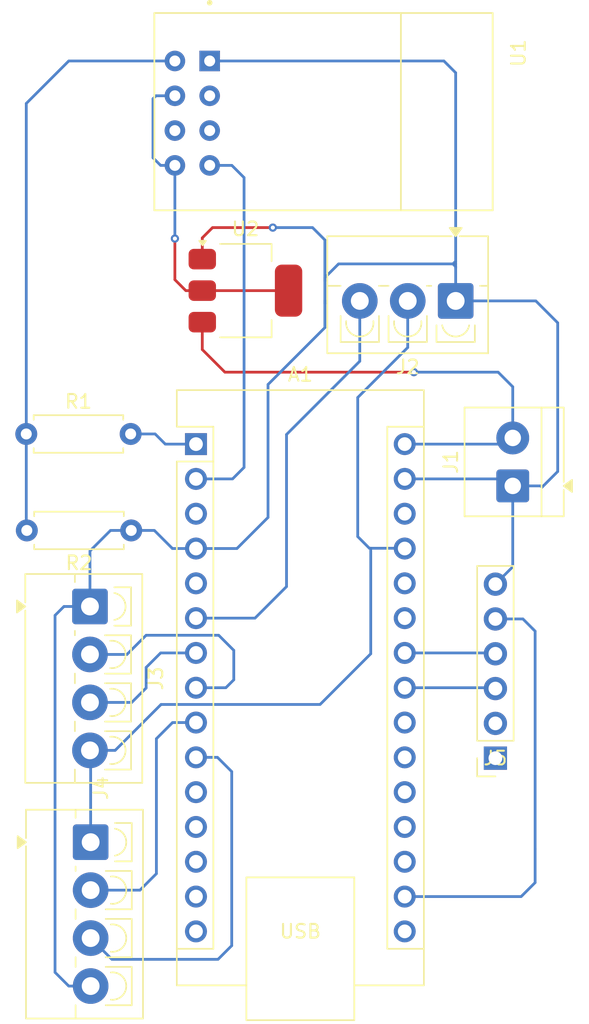
<source format=kicad_pcb>
(kicad_pcb (version 20241229) (generator "pcbnew") (generator_version "9.0")
  (layers (0 "F.Cu" signal) (2 "B.Cu" signal) (13 "F.Paste" user) (15 "B.Paste" user) (5 "F.SilkS" user "F.Silkscreen") (7 "B.SilkS" user "B.Silkscreen") (1 "F.Mask" user) (3 "B.Mask" user) (25 "Edge.Cuts" user))
  (net 0 "")
  (net 1 "D0")
  (net 2 "Net-(A1-D1{slash}TX)")
  (net 3 "D8")
  (net 4 "D4")
  (net 6 "VIN")
  (net 7 "D3")
  (net 8 "+5V")
  (net 10 "D5")
  (net 15 "SCL")
  (net 19 "D7")
  (net 22 "+3.3V")
  (net 23 "GND")
  (net 26 "SDA")
  (net 29 "D6")
  (net 32 "D1")
  (net 34 "3.3V ESP")
  (footprint "TerminalBlock_4Ucon:TerminalBlock_4Ucon_1x04_P3.50mm_Vertical" (layer "F.Cu") (at 68.4 124.85 -90)
    (property "Reference" "J3" (at 5.25 -4.82 90) (layer "F.SilkS"))
    (property "Value" "HX711")
    (fp_line (start -2.37 4.72) (end -0.3 4.72) (stroke (width 0.12)) (layer "F.SilkS"))
    (fp_line (start 0.3 4.72) (end 12.87 4.72) (stroke (width 0.12)) (layer "F.SilkS"))
    (fp_line (start -2.37 1.1) (end -1.78 1.1) (stroke (width 0.12)) (layer "F.SilkS"))
    (fp_line (start 1.78 1.1) (end 2.101 1.1) (stroke (width 0.12)) (layer "F.SilkS"))
    (fp_line (start 4.899 1.1) (end 5.601 1.1) (stroke (width 0.12)) (layer "F.SilkS"))
    (fp_line (start 8.399 1.1) (end 9.101 1.1) (stroke (width 0.12)) (layer "F.SilkS"))
    (fp_line (start 11.899 1.1) (end 12.87 1.1) (stroke (width 0.12)) (layer "F.SilkS"))
    (fp_line (start -1.4 -3) (end -1.4 -1.78) (stroke (width 0.12)) (layer "F.SilkS"))
    (fp_line (start -1.4 -3) (end 1.4 -3) (stroke (width 0.12)) (layer "F.SilkS"))
    (fp_line (start 1.4 -3) (end 1.4 -1.78) (stroke (width 0.12)) (layer "F.SilkS"))
    (fp_line (start 2.1 -3) (end 2.1 -1.099) (stroke (width 0.12)) (layer "F.SilkS"))
    (fp_line (start 2.1 -3) (end 4.9 -3) (stroke (width 0.12)) (layer "F.SilkS"))
    (fp_line (start 4.9 -3) (end 4.9 -1.099) (stroke (width 0.12)) (layer "F.SilkS"))
    (fp_line (start 5.6 -3) (end 5.6 -1.099) (stroke (width 0.12)) (layer "F.SilkS"))
    (fp_line (start 5.6 -3) (end 8.4 -3) (stroke (width 0.12)) (layer "F.SilkS"))
    (fp_line (start 8.4 -3) (end 8.4 -1.099) (stroke (width 0.12)) (layer "F.SilkS"))
    (fp_line (start 9.1 -3) (end 9.1 -1.099) (stroke (width 0.12)) (layer "F.SilkS"))
    (fp_line (start 9.1 -3) (end 11.9 -3) (stroke (width 0.12)) (layer "F.SilkS"))
    (fp_line (start 11.9 -3) (end 11.9 -1.099) (stroke (width 0.12)) (layer "F.SilkS"))
    (fp_line (start -2.37 -3.82) (end -2.37 4.72) (stroke (width 0.12)) (layer "F.SilkS"))
    (fp_line (start -2.37 -3.82) (end 12.87 -3.82) (stroke (width 0.12)) (layer "F.SilkS"))
    (fp_line (start 12.87 -3.82) (end 12.87 4.72) (stroke (width 0.12)) (layer "F.SilkS"))
    (fp_arc (start 2.508 -1.478) (mid 3.500313 -2.599474) (end 4.491923 -1.477379) (stroke (width 0.12)) (layer "F.SilkS"))
    (fp_arc (start 6.008 -1.478) (mid 7.000313 -2.599474) (end 7.991923 -1.477379) (stroke (width 0.12)) (layer "F.SilkS"))
    (fp_arc (start 9.508 -1.478) (mid 10.500313 -2.599474) (end 11.491923 -1.477379) (stroke (width 0.12)) (layer "F.SilkS"))
    (fp_arc (start -0.984 -1.78) (mid -0.00006 -2.600328) (end 0.983978 -1.780118) (stroke (width 0.12)) (layer "F.SilkS"))
    (fp_poly (pts (xy 0 4.72) (xy 0.44 5.33) (xy -0.44 5.33)) (stroke (width 0.12)) (fill yes) (layer "F.SilkS"))
    (pad "1" thru_hole roundrect (at 0 0 270) (size 2.6 2.6) (drill 1.3) (layers "*.Cu" "*.Mask") (roundrect_rratio 0.096154) (net 23 "GND"))
    (pad "2" thru_hole circle (at 3.5 0 270) (size 2.6 2.6) (drill 1.3) (layers "*.Cu" "*.Mask") (net 10 "D5"))
    (pad "3" thru_hole circle (at 7 0 270) (size 2.6 2.6) (drill 1.3) (layers "*.Cu" "*.Mask") (net 4 "D4"))
    (pad "4" thru_hole circle (at 10.5 0 270) (size 2.6 2.6) (drill 1.3) (layers "*.Cu" "*.Mask") (net 8 "+5V"))
  )
  (footprint "Connector_PinSocket_2.54mm:PinSocket_1x06_P2.54mm_Vertical" (layer "F.Cu") (at 98 135.92 180)
    (property "Reference" "J5" (at 0 0 0) (layer "F.SilkS"))
    (property "Value" "RTC")
    (fp_line (start 1.33 1.27) (end 1.33 14.03) (stroke (width 0.12)) (layer "F.SilkS"))
    (fp_line (start 1.33 -1.33) (end 1.33 0) (stroke (width 0.12)) (layer "F.SilkS"))
    (fp_line (start 0 -1.33) (end 1.33 -1.33) (stroke (width 0.12)) (layer "F.SilkS"))
    (fp_line (start -1.33 14.03) (end 1.33 14.03) (stroke (width 0.12)) (layer "F.SilkS"))
    (fp_line (start -1.33 1.27) (end 1.33 1.27) (stroke (width 0.12)) (layer "F.SilkS"))
    (fp_line (start -1.33 1.27) (end -1.33 14.03) (stroke (width 0.12)) (layer "F.SilkS"))
    (pad "1" thru_hole rect (at 0 0 180) (size 1.7 1.7) (drill 1) (layers "*.Cu" "*.Mask"))
    (pad "2" thru_hole circle (at 0 2.54 180) (size 1.7 1.7) (drill 1) (layers "*.Cu" "*.Mask"))
    (pad "3" thru_hole circle (at 0 5.08 180) (size 1.7 1.7) (drill 1) (layers "*.Cu" "*.Mask") (net 26 "SDA"))
    (pad "4" thru_hole circle (at 0 7.62 180) (size 1.7 1.7) (drill 1) (layers "*.Cu" "*.Mask") (net 15 "SCL"))
    (pad "5" thru_hole circle (at 0 10.16 180) (size 1.7 1.7) (drill 1) (layers "*.Cu" "*.Mask") (net 22 "+3.3V"))
    (pad "6" thru_hole circle (at 0 12.7 180) (size 1.7 1.7) (drill 1) (layers "*.Cu" "*.Mask") (net 23 "GND"))
  )
  (footprint "Resistor_THT:R_Axial_DIN0207_L6.3mm_D2.5mm_P7.62mm_Horizontal" (layer "F.Cu") (at 63.75 112.26)
    (property "Reference" "R1" (at 3.81 -2.37 0) (layer "F.SilkS"))
    (property "Value" "1K")
    (fp_line (start 0.54 -1.37) (end 7.08 -1.37) (stroke (width 0.12)) (layer "F.SilkS"))
    (fp_line (start 0.54 -1.04) (end 0.54 -1.37) (stroke (width 0.12)) (layer "F.SilkS"))
    (fp_line (start 0.54 1.04) (end 0.54 1.37) (stroke (width 0.12)) (layer "F.SilkS"))
    (fp_line (start 0.54 1.37) (end 7.08 1.37) (stroke (width 0.12)) (layer "F.SilkS"))
    (fp_line (start 7.08 -1.37) (end 7.08 -1.04) (stroke (width 0.12)) (layer "F.SilkS"))
    (fp_line (start 7.08 1.37) (end 7.08 1.04) (stroke (width 0.12)) (layer "F.SilkS"))
    (pad "1" thru_hole circle (at 0 0) (size 1.6 1.6) (drill 0.8) (layers "*.Cu" "*.Mask") (net 32 "D1"))
    (pad "2" thru_hole oval (at 7.62 0) (size 1.6 1.6) (drill 0.8) (layers "*.Cu" "*.Mask") (net 2 "Net-(A1-D1{slash}TX)"))
  )
  (footprint "TerminalBlock_4Ucon:TerminalBlock_4Ucon_1x03_P3.50mm_Vertical" (layer "F.Cu") (at 95.1 102.55 180)
    (property "Reference" "J2" (at 3.5 -4.82 0) (layer "F.SilkS"))
    (property "Value" "SERVO")
    (fp_line (start 9.37 -3.82) (end 9.37 4.72) (stroke (width 0.12)) (layer "F.SilkS"))
    (fp_line (start 8.4 -3) (end 8.4 -1.099) (stroke (width 0.12)) (layer "F.SilkS"))
    (fp_line (start 8.399 1.1) (end 9.37 1.1) (stroke (width 0.12)) (layer "F.SilkS"))
    (fp_line (start 5.6 -3) (end 8.4 -3) (stroke (width 0.12)) (layer "F.SilkS"))
    (fp_line (start 5.6 -3) (end 5.6 -1.099) (stroke (width 0.12)) (layer "F.SilkS"))
    (fp_line (start 4.9 -3) (end 4.9 -1.099) (stroke (width 0.12)) (layer "F.SilkS"))
    (fp_line (start 4.899 1.1) (end 5.601 1.1) (stroke (width 0.12)) (layer "F.SilkS"))
    (fp_line (start 2.1 -3) (end 4.9 -3) (stroke (width 0.12)) (layer "F.SilkS"))
    (fp_line (start 2.1 -3) (end 2.1 -1.099) (stroke (width 0.12)) (layer "F.SilkS"))
    (fp_line (start 1.78 1.1) (end 2.101 1.1) (stroke (width 0.12)) (layer "F.SilkS"))
    (fp_line (start 1.4 -3) (end 1.4 -1.78) (stroke (width 0.12)) (layer "F.SilkS"))
    (fp_line (start 0.3 4.72) (end 9.37 4.72) (stroke (width 0.12)) (layer "F.SilkS"))
    (fp_line (start -1.4 -3) (end 1.4 -3) (stroke (width 0.12)) (layer "F.SilkS"))
    (fp_line (start -1.4 -3) (end -1.4 -1.78) (stroke (width 0.12)) (layer "F.SilkS"))
    (fp_line (start -2.37 4.72) (end -0.3 4.72) (stroke (width 0.12)) (layer "F.SilkS"))
    (fp_line (start -2.37 1.1) (end -1.78 1.1) (stroke (width 0.12)) (layer "F.SilkS"))
    (fp_line (start -2.37 -3.82) (end 9.37 -3.82) (stroke (width 0.12)) (layer "F.SilkS"))
    (fp_line (start -2.37 -3.82) (end -2.37 4.72) (stroke (width 0.12)) (layer "F.SilkS"))
    (fp_arc (start 6.008 -1.478) (mid 7.000313 -2.599474) (end 7.991923 -1.477379) (stroke (width 0.12)) (layer "F.SilkS"))
    (fp_arc (start 2.508 -1.478) (mid 3.500313 -2.599474) (end 4.491923 -1.477379) (stroke (width 0.12)) (layer "F.SilkS"))
    (fp_arc (start -0.984 -1.78) (mid -0.00006 -2.600328) (end 0.983978 -1.780118) (stroke (width 0.12)) (layer "F.SilkS"))
    (fp_poly (pts (xy 0 4.72) (xy 0.44 5.33) (xy -0.44 5.33)) (stroke (width 0.12)) (fill yes) (layer "F.SilkS"))
    (pad "1" thru_hole roundrect (at 0 0 180) (size 2.6 2.6) (drill 1.3) (layers "*.Cu" "*.Mask") (roundrect_rratio 0.096154) (net 23 "GND"))
    (pad "2" thru_hole circle (at 3.5 0 180) (size 2.6 2.6) (drill 1.3) (layers "*.Cu" "*.Mask") (net 8 "+5V"))
    (pad "3" thru_hole circle (at 7 0 180) (size 2.6 2.6) (drill 1.3) (layers "*.Cu" "*.Mask") (net 7 "D3"))
  )
  (footprint "TerminalBlock_4Ucon:TerminalBlock_4Ucon_1x04_P3.50mm_Vertical" (layer "F.Cu") (at 68.45 142.05 -90)
    (property "Reference" "J4" (at -3.95 -0.75 90) (layer "F.SilkS"))
    (property "Value" "HCSR04")
    (fp_line (start -2.37 4.72) (end -0.3 4.72) (stroke (width 0.12)) (layer "F.SilkS"))
    (fp_line (start 0.3 4.72) (end 12.87 4.72) (stroke (width 0.12)) (layer "F.SilkS"))
    (fp_line (start -2.37 1.1) (end -1.78 1.1) (stroke (width 0.12)) (layer "F.SilkS"))
    (fp_line (start 1.78 1.1) (end 2.101 1.1) (stroke (width 0.12)) (layer "F.SilkS"))
    (fp_line (start 4.899 1.1) (end 5.601 1.1) (stroke (width 0.12)) (layer "F.SilkS"))
    (fp_line (start 8.399 1.1) (end 9.101 1.1) (stroke (width 0.12)) (layer "F.SilkS"))
    (fp_line (start 11.899 1.1) (end 12.87 1.1) (stroke (width 0.12)) (layer "F.SilkS"))
    (fp_line (start -1.4 -3) (end -1.4 -1.78) (stroke (width 0.12)) (layer "F.SilkS"))
    (fp_line (start -1.4 -3) (end 1.4 -3) (stroke (width 0.12)) (layer "F.SilkS"))
    (fp_line (start 1.4 -3) (end 1.4 -1.78) (stroke (width 0.12)) (layer "F.SilkS"))
    (fp_line (start 2.1 -3) (end 2.1 -1.099) (stroke (width 0.12)) (layer "F.SilkS"))
    (fp_line (start 2.1 -3) (end 4.9 -3) (stroke (width 0.12)) (layer "F.SilkS"))
    (fp_line (start 4.9 -3) (end 4.9 -1.099) (stroke (width 0.12)) (layer "F.SilkS"))
    (fp_line (start 5.6 -3) (end 5.6 -1.099) (stroke (width 0.12)) (layer "F.SilkS"))
    (fp_line (start 5.6 -3) (end 8.4 -3) (stroke (width 0.12)) (layer "F.SilkS"))
    (fp_line (start 8.4 -3) (end 8.4 -1.099) (stroke (width 0.12)) (layer "F.SilkS"))
    (fp_line (start 9.1 -3) (end 9.1 -1.099) (stroke (width 0.12)) (layer "F.SilkS"))
    (fp_line (start 9.1 -3) (end 11.9 -3) (stroke (width 0.12)) (layer "F.SilkS"))
    (fp_line (start 11.9 -3) (end 11.9 -1.099) (stroke (width 0.12)) (layer "F.SilkS"))
    (fp_line (start -2.37 -3.82) (end -2.37 4.72) (stroke (width 0.12)) (layer "F.SilkS"))
    (fp_line (start -2.37 -3.82) (end 12.87 -3.82) (stroke (width 0.12)) (layer "F.SilkS"))
    (fp_line (start 12.87 -3.82) (end 12.87 4.72) (stroke (width 0.12)) (layer "F.SilkS"))
    (fp_arc (start 2.508 -1.478) (mid 3.500313 -2.599474) (end 4.491923 -1.477379) (stroke (width 0.12)) (layer "F.SilkS"))
    (fp_arc (start 6.008 -1.478) (mid 7.000313 -2.599474) (end 7.991923 -1.477379) (stroke (width 0.12)) (layer "F.SilkS"))
    (fp_arc (start 9.508 -1.478) (mid 10.500313 -2.599474) (end 11.491923 -1.477379) (stroke (width 0.12)) (layer "F.SilkS"))
    (fp_arc (start -0.984 -1.78) (mid -0.00006 -2.600328) (end 0.983978 -1.780118) (stroke (width 0.12)) (layer "F.SilkS"))
    (fp_poly (pts (xy 0 4.72) (xy 0.44 5.33) (xy -0.44 5.33)) (stroke (width 0.12)) (fill yes) (layer "F.SilkS"))
    (pad "1" thru_hole roundrect (at 0 0 270) (size 2.6 2.6) (drill 1.3) (layers "*.Cu" "*.Mask") (roundrect_rratio 0.096154) (net 8 "+5V"))
    (pad "2" thru_hole circle (at 3.5 0 270) (size 2.6 2.6) (drill 1.3) (layers "*.Cu" "*.Mask") (net 29 "D6"))
    (pad "3" thru_hole circle (at 7 0 270) (size 2.6 2.6) (drill 1.3) (layers "*.Cu" "*.Mask") (net 19 "D7"))
    (pad "4" thru_hole circle (at 10.5 0 270) (size 2.6 2.6) (drill 1.3) (layers "*.Cu" "*.Mask") (net 23 "GND"))
  )
  (footprint "Resistor_THT:R_Axial_DIN0207_L6.3mm_D2.5mm_P7.62mm_Horizontal" (layer "F.Cu") (at 71.41 119.3 180)
    (property "Reference" "R2" (at 3.81 -2.37 0) (layer "F.SilkS"))
    (property "Value" "2K")
    (fp_line (start 7.08 1.37) (end 7.08 1.04) (stroke (width 0.12)) (layer "F.SilkS"))
    (fp_line (start 7.08 -1.37) (end 7.08 -1.04) (stroke (width 0.12)) (layer "F.SilkS"))
    (fp_line (start 0.54 1.37) (end 7.08 1.37) (stroke (width 0.12)) (layer "F.SilkS"))
    (fp_line (start 0.54 1.04) (end 0.54 1.37) (stroke (width 0.12)) (layer "F.SilkS"))
    (fp_line (start 0.54 -1.04) (end 0.54 -1.37) (stroke (width 0.12)) (layer "F.SilkS"))
    (fp_line (start 0.54 -1.37) (end 7.08 -1.37) (stroke (width 0.12)) (layer "F.SilkS"))
    (pad "1" thru_hole circle (at 0 0 180) (size 1.6 1.6) (drill 0.8) (layers "*.Cu" "*.Mask") (net 23 "GND"))
    (pad "2" thru_hole oval (at 7.62 0 180) (size 1.6 1.6) (drill 0.8) (layers "*.Cu" "*.Mask") (net 32 "D1"))
  )
  (footprint "Module:Arduino_Nano" (layer "F.Cu") (at 76.14 113)
    (property "Reference" "A1" (at 7.62 -5.08 0) (layer "F.SilkS"))
    (property "Value" "Arduino_Nano_v3.x")
    (fp_line (start -1.4 -3.94) (end -1.4 -1.27) (stroke (width 0.12)) (layer "F.SilkS"))
    (fp_line (start -1.4 1.27) (end -1.4 39.5) (stroke (width 0.12)) (layer "F.SilkS"))
    (fp_line (start -1.4 39.5) (end 3.68 39.5) (stroke (width 0.12)) (layer "F.SilkS"))
    (fp_line (start 1.27 -1.27) (end -1.4 -1.27) (stroke (width 0.12)) (layer "F.SilkS"))
    (fp_line (start 1.27 1.27) (end -1.4 1.27) (stroke (width 0.12)) (layer "F.SilkS"))
    (fp_line (start 1.27 1.27) (end 1.27 -1.27) (stroke (width 0.12)) (layer "F.SilkS"))
    (fp_line (start 1.27 1.27) (end 1.27 36.83) (stroke (width 0.12)) (layer "F.SilkS"))
    (fp_line (start 1.27 36.83) (end -1.4 36.83) (stroke (width 0.12)) (layer "F.SilkS"))
    (fp_line (start 3.68 31.62) (end 11.56 31.62) (stroke (width 0.12)) (layer "F.SilkS"))
    (fp_line (start 3.68 42.04) (end 3.68 31.62) (stroke (width 0.12)) (layer "F.SilkS"))
    (fp_line (start 11.56 31.62) (end 11.56 42.04) (stroke (width 0.12)) (layer "F.SilkS"))
    (fp_line (start 11.56 42.04) (end 3.68 42.04) (stroke (width 0.12)) (layer "F.SilkS"))
    (fp_line (start 13.97 -1.27) (end 13.97 36.83) (stroke (width 0.12)) (layer "F.SilkS"))
    (fp_line (start 13.97 -1.27) (end 16.64 -1.27) (stroke (width 0.12)) (layer "F.SilkS"))
    (fp_line (start 13.97 36.83) (end 16.64 36.83) (stroke (width 0.12)) (layer "F.SilkS"))
    (fp_line (start 16.64 -3.94) (end -1.4 -3.94) (stroke (width 0.12)) (layer "F.SilkS"))
    (fp_line (start 16.64 39.5) (end 11.56 39.5) (stroke (width 0.12)) (layer "F.SilkS"))
    (fp_line (start 16.64 39.5) (end 16.64 -3.94) (stroke (width 0.12)) (layer "F.SilkS"))
    (fp_text user "USB" (at 7.62 35.56 0) (layer "F.SilkS"))
    (pad "1" thru_hole rect (at 0 0) (size 1.6 1.6) (drill 1) (layers "*.Cu" "*.Mask") (net 2 "Net-(A1-D1{slash}TX)"))
    (pad "2" thru_hole oval (at 0 2.54) (size 1.6 1.6) (drill 1) (layers "*.Cu" "*.Mask") (net 1 "D0"))
    (pad "3" thru_hole oval (at 0 5.08) (size 1.6 1.6) (drill 1) (layers "*.Cu" "*.Mask"))
    (pad "4" thru_hole oval (at 0 7.62) (size 1.6 1.6) (drill 1) (layers "*.Cu" "*.Mask") (net 23 "GND"))
    (pad "5" thru_hole oval (at 0 10.16) (size 1.6 1.6) (drill 1) (layers "*.Cu" "*.Mask"))
    (pad "6" thru_hole oval (at 0 12.7) (size 1.6 1.6) (drill 1) (layers "*.Cu" "*.Mask") (net 7 "D3"))
    (pad "7" thru_hole oval (at 0 15.24) (size 1.6 1.6) (drill 1) (layers "*.Cu" "*.Mask") (net 4 "D4"))
    (pad "8" thru_hole oval (at 0 17.78) (size 1.6 1.6) (drill 1) (layers "*.Cu" "*.Mask") (net 10 "D5"))
    (pad "9" thru_hole oval (at 0 20.32) (size 1.6 1.6) (drill 1) (layers "*.Cu" "*.Mask") (net 29 "D6"))
    (pad "10" thru_hole oval (at 0 22.86) (size 1.6 1.6) (drill 1) (layers "*.Cu" "*.Mask") (net 19 "D7"))
    (pad "11" thru_hole oval (at 0 25.4) (size 1.6 1.6) (drill 1) (layers "*.Cu" "*.Mask") (net 3 "D8"))
    (pad "12" thru_hole oval (at 0 27.94) (size 1.6 1.6) (drill 1) (layers "*.Cu" "*.Mask"))
    (pad "13" thru_hole oval (at 0 30.48) (size 1.6 1.6) (drill 1) (layers "*.Cu" "*.Mask"))
    (pad "14" thru_hole oval (at 0 33.02) (size 1.6 1.6) (drill 1) (layers "*.Cu" "*.Mask"))
    (pad "15" thru_hole oval (at 0 35.56) (size 1.6 1.6) (drill 1) (layers "*.Cu" "*.Mask"))
    (pad "16" thru_hole oval (at 15.24 35.56) (size 1.6 1.6) (drill 1) (layers "*.Cu" "*.Mask"))
    (pad "17" thru_hole oval (at 15.24 33.02) (size 1.6 1.6) (drill 1) (layers "*.Cu" "*.Mask") (net 22 "+3.3V"))
    (pad "18" thru_hole oval (at 15.24 30.48) (size 1.6 1.6) (drill 1) (layers "*.Cu" "*.Mask"))
    (pad "19" thru_hole oval (at 15.24 27.94) (size 1.6 1.6) (drill 1) (layers "*.Cu" "*.Mask"))
    (pad "20" thru_hole oval (at 15.24 25.4) (size 1.6 1.6) (drill 1) (layers "*.Cu" "*.Mask"))
    (pad "21" thru_hole oval (at 15.24 22.86) (size 1.6 1.6) (drill 1) (layers "*.Cu" "*.Mask"))
    (pad "22" thru_hole oval (at 15.24 20.32) (size 1.6 1.6) (drill 1) (layers "*.Cu" "*.Mask"))
    (pad "23" thru_hole oval (at 15.24 17.78) (size 1.6 1.6) (drill 1) (layers "*.Cu" "*.Mask") (net 26 "SDA"))
    (pad "24" thru_hole oval (at 15.24 15.24) (size 1.6 1.6) (drill 1) (layers "*.Cu" "*.Mask") (net 15 "SCL"))
    (pad "25" thru_hole oval (at 15.24 12.7) (size 1.6 1.6) (drill 1) (layers "*.Cu" "*.Mask"))
    (pad "26" thru_hole oval (at 15.24 10.16) (size 1.6 1.6) (drill 1) (layers "*.Cu" "*.Mask"))
    (pad "27" thru_hole oval (at 15.24 7.62) (size 1.6 1.6) (drill 1) (layers "*.Cu" "*.Mask") (net 8 "+5V"))
    (pad "28" thru_hole oval (at 15.24 5.08) (size 1.6 1.6) (drill 1) (layers "*.Cu" "*.Mask"))
    (pad "29" thru_hole oval (at 15.24 2.54) (size 1.6 1.6) (drill 1) (layers "*.Cu" "*.Mask") (net 23 "GND"))
    (pad "30" thru_hole oval (at 15.24 0) (size 1.6 1.6) (drill 1) (layers "*.Cu" "*.Mask") (net 6 "VIN"))
  )
  (footprint "Package_TO_SOT_SMD:SOT-223-3_TabPin2" (layer "F.Cu") (at 79.75 101.8)
    (property "Reference" "U2" (at 0 -4.5 0) (layer "F.SilkS"))
    (property "Value" "AMS1117-3.3")
    (fp_line (start -1.85 -3.41) (end 1.91 -3.41) (stroke (width 0.12)) (layer "F.SilkS"))
    (fp_line (start -1.85 3.41) (end 1.91 3.41) (stroke (width 0.12)) (layer "F.SilkS"))
    (fp_line (start 1.91 -3.41) (end 1.91 -2.15) (stroke (width 0.12)) (layer "F.SilkS"))
    (fp_line (start 1.91 3.41) (end 1.91 2.15) (stroke (width 0.12)) (layer "F.SilkS"))
    (fp_poly (pts (xy -3.13 -3.31) (xy -3.37 -3.64) (xy -2.89 -3.64) (xy -3.13 -3.31)) (stroke (width 0.12)) (fill yes) (layer "F.SilkS"))
    (pad "1" smd roundrect (at -3.15 -2.3) (size 2 1.5) (layers "F.Cu" "F.Mask" "F.Paste") (net 23 "GND"))
    (pad "2" smd roundrect (at -3.15 0) (size 2 1.5) (layers "F.Cu" "F.Mask" "F.Paste") (net 34 "3.3V ESP"))
    (pad "2" smd roundrect (at 3.15 0) (size 2 3.8) (layers "F.Cu" "F.Mask" "F.Paste") (net 34 "3.3V ESP"))
    (pad "3" smd roundrect (at -3.15 2.3) (size 2 1.5) (layers "F.Cu" "F.Mask" "F.Paste") (net 6 "VIN"))
  )
  (footprint "TerminalBlock_4Ucon:TerminalBlock_4Ucon_1x02_P3.50mm_Horizontal" (layer "F.Cu") (at 99.2675 116.05 90)
    (property "Reference" "J1" (at 1.75 -4.52 90) (layer "F.SilkS"))
    (property "Value" "BATERAI")
    (fp_line (start 5.72 -3.52) (end 5.72 3.72) (stroke (width 0.12)) (layer "F.SilkS"))
    (fp_line (start -2.22 -3.52) (end 5.72 -3.52) (stroke (width 0.12)) (layer "F.SilkS"))
    (fp_line (start -2.22 -3.52) (end -2.22 3.72) (stroke (width 0.12)) (layer "F.SilkS"))
    (fp_line (start -2.22 2.1) (end 5.72 2.1) (stroke (width 0.12)) (layer "F.SilkS"))
    (fp_line (start 0.3 3.72) (end 5.72 3.72) (stroke (width 0.12)) (layer "F.SilkS"))
    (fp_line (start -2.22 3.72) (end -0.3 3.72) (stroke (width 0.12)) (layer "F.SilkS"))
    (fp_poly (pts (xy 0 3.72) (xy 0.44 4.33) (xy -0.44 4.33)) (stroke (width 0.12)) (fill yes) (layer "F.SilkS"))
    (pad "1" thru_hole roundrect (at 0 0 90) (size 2.4 2.4) (drill 1.2) (layers "*.Cu" "*.Mask") (roundrect_rratio 0.104167) (net 23 "GND"))
    (pad "2" thru_hole circle (at 3.5 0 90) (size 2.4 2.4) (drill 1.2) (layers "*.Cu" "*.Mask") (net 6 "VIN"))
  )
  (footprint "ESP8266-01_ESP-01:XCVR_ESP8266-01_ESP-01" (layer "F.Cu") (at 85.45 88.85 -90)
    (property "Reference" "U1" (at -4.385 -14.235 90) (layer "F.SilkS"))
    (property "Value" "ESP8266-01_ESP-01")
    (fp_line (start -7.31 12.35) (end -7.31 -5.65) (stroke (width 0.127)) (layer "F.SilkS"))
    (fp_line (start 7.09 12.35) (end -7.31 12.35) (stroke (width 0.127)) (layer "F.SilkS"))
    (fp_line (start -7.31 -5.65) (end -7.31 -12.35) (stroke (width 0.127)) (layer "F.SilkS"))
    (fp_line (start 7.09 -5.65) (end 7.09 12.35) (stroke (width 0.127)) (layer "F.SilkS"))
    (fp_line (start 7.09 -5.65) (end -7.31 -5.65) (stroke (width 0.127)) (layer "F.SilkS"))
    (fp_line (start -7.31 -12.35) (end 7.09 -12.35) (stroke (width 0.127)) (layer "F.SilkS"))
    (fp_line (start 7.09 -12.35) (end 7.09 -5.65) (stroke (width 0.127)) (layer "F.SilkS"))
    (fp_circle (center -8.06 8.31) (end -7.96 8.31) (stroke (width 0.2)) (fill no) (layer "F.SilkS"))
    (pad "1" thru_hole rect (at -3.81 8.31 270) (size 1.5 1.5) (drill 0.8) (layers "*.Cu" "*.Mask") (net 23 "GND"))
    (pad "2" thru_hole circle (at -1.27 8.31 270) (size 1.5 1.5) (drill 0.8) (layers "*.Cu" "*.Mask"))
    (pad "3" thru_hole circle (at 1.27 8.31 270) (size 1.5 1.5) (drill 0.8) (layers "*.Cu" "*.Mask"))
    (pad "4" thru_hole circle (at 3.81 8.31 270) (size 1.5 1.5) (drill 0.8) (layers "*.Cu" "*.Mask") (net 1 "D0"))
    (pad "5" thru_hole circle (at -3.81 10.85 270) (size 1.5 1.5) (drill 0.8) (layers "*.Cu" "*.Mask") (net 32 "D1"))
    (pad "6" thru_hole circle (at -1.27 10.85 270) (size 1.5 1.5) (drill 0.8) (layers "*.Cu" "*.Mask") (net 34 "3.3V ESP"))
    (pad "7" thru_hole circle (at 1.27 10.85 270) (size 1.5 1.5) (drill 0.8) (layers "*.Cu" "*.Mask"))
    (pad "8" thru_hole circle (at 3.81 10.85 270) (size 1.5 1.5) (drill 0.8) (layers "*.Cu" "*.Mask") (net 34 "3.3V ESP"))
  )
  (segment (start 77.14 92.66) (end 78.76 92.66) (width 0.2) (layer "B.Cu") (net 1))
  (segment (start 79.65 114.7) (end 78.81 115.54) (width 0.2) (layer "B.Cu") (net 1))
  (segment (start 78.76 92.66) (end 79.65 93.55) (width 0.2) (layer "B.Cu") (net 1))
  (segment (start 79.65 93.55) (end 79.65 114.7) (width 0.2) (layer "B.Cu") (net 1))
  (segment (start 78.81 115.54) (end 76.14 115.54) (width 0.2) (layer "B.Cu") (net 1))
  (segment (start 73.16 112.26) (end 71.37 112.26) (width 0.2) (layer "B.Cu") (net 2))
  (segment (start 76.14 113) (end 73.9 113) (width 0.2) (layer "B.Cu") (net 2))
  (segment (start 73.9 113) (end 73.16 112.26) (width 0.2) (layer "B.Cu") (net 2))
  (segment (start 72.5 129.3) (end 72.5 130.8) (width 0.2) (layer "B.Cu") (net 4))
  (segment (start 72.5 130.8) (end 71.45 131.85) (width 0.2) (layer "B.Cu") (net 4))
  (segment (start 76.14 128.24) (end 73.56 128.24) (width 0.2) (layer "B.Cu") (net 4))
  (segment (start 71.45 131.85) (end 68.4 131.85) (width 0.2) (layer "B.Cu") (net 4))
  (segment (start 73.56 128.24) (end 72.5 129.3) (width 0.2) (layer "B.Cu") (net 4))
  (segment (start 76.6 106.1) (end 78.25 107.75) (width 0.2) (layer "F.Cu") (net 6))
  (segment (start 78.25 107.75) (end 92.05 107.75) (width 0.2) (layer "F.Cu") (net 6))
  (segment (start 76.6 104.1) (end 76.6 106.1) (width 0.2) (layer "F.Cu") (net 6))
  (segment (start 92.05 107.75) (end 92.4 107.75) (width 0.2) (layer "F.Cu") (net 6))
  (via (at 92.05 107.75) (size 0.6) (drill 0.3) (layers "F.Cu" "B.Cu") (net 6))
  (segment (start 98.2 107.75) (end 92.1 107.75) (width 0.2) (layer "B.Cu") (net 6))
  (segment (start 91.38 113) (end 98.8175 113) (width 0.2) (layer "B.Cu") (net 6))
  (segment (start 99.2675 112.55) (end 99.2675 108.8175) (width 0.2) (layer "B.Cu") (net 6))
  (segment (start 98.8175 113) (end 99.2675 112.55) (width 0.2) (layer "B.Cu") (net 6))
  (segment (start 99.2675 108.8175) (end 98.2 107.75) (width 0.2) (layer "B.Cu") (net 6))
  (segment (start 82.75 123.4) (end 80.45 125.7) (width 0.2) (layer "B.Cu") (net 7))
  (segment (start 88.1 106.95) (end 82.75 112.3) (width 0.2) (layer "B.Cu") (net 7))
  (segment (start 80.45 125.7) (end 76.14 125.7) (width 0.2) (layer "B.Cu") (net 7))
  (segment (start 88.1 102.55) (end 88.1 106.95) (width 0.2) (layer "B.Cu") (net 7))
  (segment (start 82.75 112.3) (end 82.75 123.4) (width 0.2) (layer "B.Cu") (net 7))
  (segment (start 87.95 119.75) (end 88.8 120.6) (width 0.2) (layer "B.Cu") (net 8))
  (segment (start 88.9 128.3) (end 85.2 132) (width 0.2) (layer "B.Cu") (net 8))
  (segment (start 68.45 135.4) (end 68.4 135.35) (width 0.2) (layer "B.Cu") (net 8))
  (segment (start 70.238477 135.35) (end 68.4 135.35) (width 0.2) (layer "B.Cu") (net 8))
  (segment (start 73.588477 132) (end 70.238477 135.35) (width 0.2) (layer "B.Cu") (net 8))
  (segment (start 87.95 109.6) (end 87.95 119.75) (width 0.2) (layer "B.Cu") (net 8))
  (segment (start 85.2 132) (end 73.588477 132) (width 0.2) (layer "B.Cu") (net 8))
  (segment (start 91.36 120.6) (end 91.38 120.62) (width 0.2) (layer "B.Cu") (net 8))
  (segment (start 91.6 105.95) (end 87.95 109.6) (width 0.2) (layer "B.Cu") (net 8))
  (segment (start 88.9 120.6) (end 88.9 128.3) (width 0.2) (layer "B.Cu") (net 8))
  (segment (start 88.9 120.6) (end 91.36 120.6) (width 0.2) (layer "B.Cu") (net 8))
  (segment (start 91.6 102.55) (end 91.6 105.95) (width 0.2) (layer "B.Cu") (net 8))
  (segment (start 88.8 120.6) (end 88.9 120.6) (width 0.2) (layer "B.Cu") (net 8))
  (segment (start 68.45 142.05) (end 68.45 135.4) (width 0.2) (layer "B.Cu") (net 8))
  (segment (start 78.32 130.78) (end 76.14 130.78) (width 0.2) (layer "B.Cu") (net 10))
  (segment (start 78.9 130.2) (end 78.32 130.78) (width 0.2) (layer "B.Cu") (net 10))
  (segment (start 78.9 128.05) (end 78.9 130.2) (width 0.2) (layer "B.Cu") (net 10))
  (segment (start 71.1 128.35) (end 72.5 126.95) (width 0.2) (layer "B.Cu") (net 10))
  (segment (start 77.8 126.95) (end 78.9 128.05) (width 0.2) (layer "B.Cu") (net 10))
  (segment (start 68.4 128.35) (end 71.1 128.35) (width 0.2) (layer "B.Cu") (net 10))
  (segment (start 72.5 126.95) (end 77.8 126.95) (width 0.2) (layer "B.Cu") (net 10))
  (segment (start 91.38 128.24) (end 97.94 128.24) (width 0.2) (layer "B.Cu") (net 15))
  (segment (start 97.94 128.24) (end 98 128.3) (width 0.2) (layer "B.Cu") (net 15))
  (segment (start 78.75 136.9) (end 78.75 149.6) (width 0.2) (layer "B.Cu") (net 19))
  (segment (start 70 150.6) (end 68.45 149.05) (width 0.2) (layer "B.Cu") (net 19))
  (segment (start 76.14 135.86) (end 77.71 135.86) (width 0.2) (layer "B.Cu") (net 19))
  (segment (start 77.71 135.86) (end 78.75 136.9) (width 0.2) (layer "B.Cu") (net 19))
  (segment (start 77.75 150.6) (end 70 150.6) (width 0.2) (layer "B.Cu") (net 19))
  (segment (start 78.75 149.6) (end 77.75 150.6) (width 0.2) (layer "B.Cu") (net 19))
  (segment (start 99.88 146.02) (end 99.975 145.925) (width 0.2) (layer "B.Cu") (net 22))
  (segment (start 100.9 126.65) (end 100.9 142.55) (width 0.2) (layer "B.Cu") (net 22))
  (segment (start 100.9 142.55) (end 100.9 145) (width 0.2) (layer "B.Cu") (net 22))
  (segment (start 98 125.76) (end 100.01 125.76) (width 0.2) (layer "B.Cu") (net 22))
  (segment (start 100.01 125.76) (end 100.725 126.475) (width 0.2) (layer "B.Cu") (net 22))
  (segment (start 100.725 126.475) (end 100.9 126.65) (width 0.2) (layer "B.Cu") (net 22))
  (segment (start 91.38 146.02) (end 99.88 146.02) (width 0.2) (layer "B.Cu") (net 22))
  (segment (start 100.725 126.475) (end 100.8 126.55) (width 0.2) (layer "B.Cu") (net 22))
  (segment (start 100.9 145) (end 99.975 145.925) (width 0.2) (layer "B.Cu") (net 22))
  (segment (start 77.3 97.25) (end 77.35 97.2) (width 0.2) (layer "F.Cu") (net 23))
  (segment (start 77.35 97.2) (end 81.75 97.2) (width 0.2) (layer "F.Cu") (net 23))
  (segment (start 76.6 99.5) (end 76.6 97.95) (width 0.2) (layer "F.Cu") (net 23))
  (segment (start 76.6 97.95) (end 77.3 97.25) (width 0.2) (layer "F.Cu") (net 23))
  (segment (start 81.75 97.2) (end 81.9 97.2) (width 0.2) (layer "F.Cu") (net 23))
  (via (at 81.75 97.2) (size 0.6) (drill 0.3) (layers "F.Cu" "B.Cu") (net 23))
  (segment (start 85.55 101.1) (end 85.55 102.75) (width 0.2) (layer "B.Cu") (net 23))
  (segment (start 69.9 119.3) (end 71.41 119.3) (width 0.2) (layer "B.Cu") (net 23))
  (segment (start 95.1 102.55) (end 100.95 102.55) (width 0.2) (layer "B.Cu") (net 23))
  (segment (start 85.55 101.1) (end 85.55 98.1) (width 0.2) (layer "B.Cu") (net 23))
  (segment (start 81.4 118.35) (end 81.4 108.65) (width 0.2) (layer "B.Cu") (net 23))
  (segment (start 95.1 99.85) (end 95.1 99.65) (width 0.2) (layer "B.Cu") (net 23))
  (segment (start 98.7575 115.54) (end 99.2675 116.05) (width 0.2) (layer "B.Cu") (net 23))
  (segment (start 95.1 85.9) (end 94.475 85.275) (width 0.2) (layer "B.Cu") (net 23))
  (segment (start 86.475 99.925) (end 85.55 100.85) (width 0.2) (layer "B.Cu") (net 23))
  (segment (start 91.38 115.54) (end 98.7575 115.54) (width 0.2) (layer "B.Cu") (net 23))
  (segment (start 99.2675 121.9525) (end 99.2675 116.05) (width 0.2) (layer "B.Cu") (net 23))
  (segment (start 76.14 120.62) (end 74.42 120.62) (width 0.2) (layer "B.Cu") (net 23))
  (segment (start 79.45 120.3) (end 81.4 118.35) (width 0.2) (layer "B.Cu") (net 23))
  (segment (start 85.55 104.5) (end 85.55 102.75) (width 0.2) (layer "B.Cu") (net 23))
  (segment (start 73.1 119.3) (end 71.41 119.3) (width 0.2) (layer "B.Cu") (net 23))
  (segment (start 79.13 120.62) (end 79.45 120.3) (width 0.2) (layer "B.Cu") (net 23))
  (segment (start 68.4 120.8) (end 69.9 119.3) (width 0.2) (layer "B.Cu") (net 23))
  (segment (start 85.55 98.1) (end 84.65 97.2) (width 0.2) (layer "B.Cu") (net 23))
  (segment (start 81.4 108.65) (end 85.55 104.5) (width 0.2) (layer "B.Cu") (net 23))
  (segment (start 85.55 100.85) (end 85.55 101.1) (width 0.2) (layer "B.Cu") (net 23))
  (segment (start 98 123.22) (end 99.2675 121.9525) (width 0.2) (layer "B.Cu") (net 23))
  (segment (start 66.5 124.85) (end 65.85 125.5) (width 0.2) (layer "B.Cu") (net 23))
  (segment (start 100.95 102.55) (end 102.55 104.15) (width 0.2) (layer "B.Cu") (net 23))
  (segment (start 95.1 100.05) (end 94.9 99.85) (width 0.2) (layer "B.Cu") (net 23))
  (segment (start 95.1 100.15) (end 95.1 100.05) (width 0.2) (layer "B.Cu") (net 23))
  (segment (start 102.55 115) (end 101.4 116.15) (width 0.2) (layer "B.Cu") (net 23))
  (segment (start 101.4 116.15) (end 101.3 116.05) (width 0.2) (layer "B.Cu") (net 23))
  (segment (start 74.42 120.62) (end 73.1 119.3) (width 0.2) (layer "B.Cu") (net 23))
  (segment (start 94.9 99.85) (end 95.1 99.85) (width 0.2) (layer "B.Cu") (net 23))
  (segment (start 66.85 152.55) (end 68.45 152.55) (width 0.2) (layer "B.Cu") (net 23))
  (segment (start 94.24 85.04) (end 94.475 85.275) (width 0.2) (layer "B.Cu") (net 23))
  (segment (start 95.1 102.55) (end 95.1 100.15) (width 0.2) (layer "B.Cu") (net 23))
  (segment (start 101.3 116.05) (end 99.2675 116.05) (width 0.2) (layer "B.Cu") (net 23))
  (segment (start 76.14 120.62) (end 79.13 120.62) (width 0.2) (layer "B.Cu") (net 23))
  (segment (start 65.85 151.55) (end 66.85 152.55) (width 0.2) (layer "B.Cu") (net 23))
  (segment (start 85.55 102.75) (end 85.55 102.5) (width 0.2) (layer "B.Cu") (net 23))
  (segment (start 94.9 99.85) (end 86.55 99.85) (width 0.2) (layer "B.Cu") (net 23))
  (segment (start 102.55 104.15) (end 102.55 115) (width 0.2) (layer "B.Cu") (net 23))
  (segment (start 84.65 97.2) (end 81.8 97.2) (width 0.2) (layer "B.Cu") (net 23))
  (segment (start 68.4 124.85) (end 66.5 124.85) (width 0.2) (layer "B.Cu") (net 23))
  (segment (start 65.85 125.5) (end 65.85 151.55) (width 0.2) (layer "B.Cu") (net 23))
  (segment (start 95.1 100.15) (end 95.1 99.85) (width 0.2) (layer "B.Cu") (net 23))
  (segment (start 95.1 99.65) (end 95.1 85.9) (width 0.2) (layer "B.Cu") (net 23))
  (segment (start 95.1 99.65) (end 94.9 99.85) (width 0.2) (layer "B.Cu") (net 23))
  (segment (start 77.14 85.04) (end 94.24 85.04) (width 0.2) (layer "B.Cu") (net 23))
  (segment (start 68.4 124.85) (end 68.4 120.8) (width 0.2) (layer "B.Cu") (net 23))
  (segment (start 86.55 99.85) (end 86.475 99.925) (width 0.2) (layer "B.Cu") (net 23))
  (segment (start 97.94 130.78) (end 98 130.84) (width 0.2) (layer "B.Cu") (net 26))
  (segment (start 91.38 130.78) (end 97.94 130.78) (width 0.2) (layer "B.Cu") (net 26))
  (segment (start 74.43 133.32) (end 73.25 134.5) (width 0.2) (layer "B.Cu") (net 29))
  (segment (start 72.05 145.55) (end 68.45 145.55) (width 0.2) (layer "B.Cu") (net 29))
  (segment (start 76.14 133.32) (end 74.43 133.32) (width 0.2) (layer "B.Cu") (net 29))
  (segment (start 73.25 134.5) (end 73.25 144.35) (width 0.2) (layer "B.Cu") (net 29))
  (segment (start 73.25 144.35) (end 72.05 145.55) (width 0.2) (layer "B.Cu") (net 29))
  (segment (start 74.6 85.04) (end 66.85 85.04) (width 0.2) (layer "B.Cu") (net 32))
  (segment (start 63.75 112.26) (end 63.75 119.26) (width 0.2) (layer "B.Cu") (net 32))
  (segment (start 63.75 112.26) (end 63.75 88.14) (width 0.2) (layer "B.Cu") (net 32))
  (segment (start 63.75 88.14) (end 66.85 85.04) (width 0.2) (layer "B.Cu") (net 32))
  (segment (start 63.75 119.26) (end 63.79 119.3) (width 0.2) (layer "B.Cu") (net 32))
  (segment (start 74.6 101) (end 74.6 98) (width 0.2) (layer "F.Cu") (net 34))
  (segment (start 76.6 101.8) (end 75.4 101.8) (width 0.2) (layer "F.Cu") (net 34))
  (segment (start 75.4 101.8) (end 75 101.4) (width 0.2) (layer "F.Cu") (net 34))
  (segment (start 76.6 101.8) (end 82.9 101.8) (width 0.2) (layer "F.Cu") (net 34))
  (segment (start 74.6 98) (end 74.6 97.85) (width 0.2) (layer "F.Cu") (net 34))
  (segment (start 75 101.4) (end 74.6 101) (width 0.2) (layer "F.Cu") (net 34))
  (segment (start 76.75 101.8) (end 77 101.55) (width 0.2) (layer "F.Cu") (net 34))
  (segment (start 76.6 101.8) (end 76.75 101.8) (width 0.2) (layer "F.Cu") (net 34))
  (via (at 74.6 98) (size 0.6) (drill 0.3) (layers "F.Cu" "B.Cu") (net 34))
  (segment (start 73 92.1) (end 73 87.8) (width 0.2) (layer "B.Cu") (net 34))
  (segment (start 73.56 92.66) (end 73 92.1) (width 0.2) (layer "B.Cu") (net 34))
  (segment (start 74.6 92.66) (end 74.6 97.9) (width 0.2) (layer "B.Cu") (net 34))
  (segment (start 73 87.8) (end 73.15 87.65) (width 0.2) (layer "B.Cu") (net 34))
  (segment (start 74.6 87.58) (end 73.22 87.58) (width 0.2) (layer "B.Cu") (net 34))
  (segment (start 73.22 87.58) (end 73.15 87.65) (width 0.2) (layer "B.Cu") (net 34))
  (segment (start 74.6 92.66) (end 73.56 92.66) (width 0.2) (layer "B.Cu") (net 34))
)
</source>
